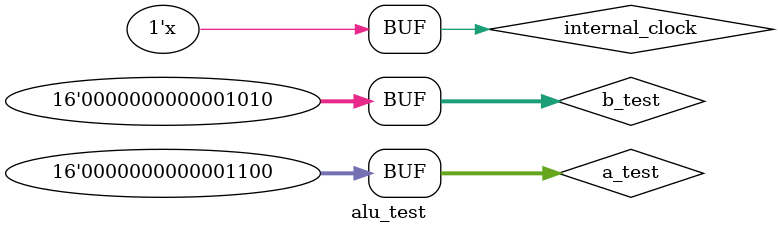
<source format=v>
/* Module: sext();
*
*  Parameter:
*      In:      aluk - 2-bit input control value that determines ALU operation
*               a - First 16-bit input value operand
*               b - First 16-bit input value operand
*      Out:     result - 16-bit ALU result value
*
*  Description: The module outputs the variable width input number padded to 16-bits with its sign bit value.
*
*  Author: Patrick Reynolds
*/

module alu (
	aluk,
	a,
	b,
	result
);

input [1:0] aluk;
input [15:0] a;
input [15:0] b;
output reg [15:0] result;

always @(*) begin
	case(aluk)
	2'b00:
		result <= a + b;
	2'b01:
		result <= a & b;
	2'b10:
		result <= a ^ b;
	2'b11:
		result <= a;
	default: result <= a + b;
	endcase
end

endmodule

module alu_test();

reg internal_clock;
reg [1:0] aluk_test;
reg [15:0] a_test;
reg [15:0] b_test;
wire [15:0] result_test;

alu dut(
	.aluk		(aluk_test),
	.a			(a_test),
	.b			(b_test),
	.result	(result_test)
);

initial begin
	internal_clock <= 0;
	aluk_test <= 0;
	a_test <= 4'b1100;
	b_test <= 4'b1010;
end

always begin
	#5 internal_clock <= !internal_clock;
end

always @(posedge internal_clock) begin
	aluk_test <= aluk_test + 1;
end

endmodule
</source>
